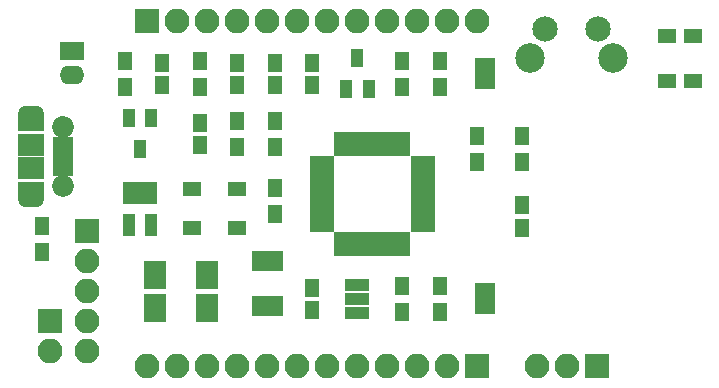
<source format=gts>
G04 #@! TF.FileFunction,Soldermask,Top*
%FSLAX46Y46*%
G04 Gerber Fmt 4.6, Leading zero omitted, Abs format (unit mm)*
G04 Created by KiCad (PCBNEW 4.0.7-e2-6376~60~ubuntu17.10.1) date Thu Dec 28 10:46:34 2017*
%MOMM*%
%LPD*%
G01*
G04 APERTURE LIST*
%ADD10C,0.100000*%
%ADD11R,1.150000X1.600000*%
%ADD12R,2.100000X1.600000*%
%ADD13O,2.100000X1.600000*%
%ADD14R,1.300000X1.600000*%
%ADD15R,0.950000X2.000000*%
%ADD16R,2.000000X0.950000*%
%ADD17R,1.050000X1.620000*%
%ADD18R,2.100000X1.100000*%
%ADD19R,1.600000X1.300000*%
%ADD20R,2.300000X1.900000*%
%ADD21C,1.850000*%
%ADD22R,1.750000X0.800000*%
%ADD23O,2.300000X1.600000*%
%ADD24R,2.300000X1.600000*%
%ADD25R,2.100000X2.100000*%
%ADD26O,2.100000X2.100000*%
%ADD27R,1.670000X1.370000*%
%ADD28R,1.050000X1.960000*%
%ADD29R,1.900000X2.350000*%
%ADD30R,1.370000X1.670000*%
%ADD31C,2.500000*%
%ADD32C,2.150000*%
G04 APERTURE END LIST*
D10*
D11*
X166370000Y-85405000D03*
X166370000Y-83505000D03*
X169545000Y-83505000D03*
X169545000Y-85405000D03*
X169545000Y-102555000D03*
X169545000Y-104455000D03*
X156845000Y-85405000D03*
X156845000Y-83505000D03*
X163195000Y-85405000D03*
X163195000Y-83505000D03*
X187325000Y-97470000D03*
X187325000Y-95570000D03*
D12*
X149225000Y-82550000D03*
D13*
X149225000Y-84550000D03*
D14*
X177165000Y-104605000D03*
X177165000Y-102405000D03*
X180340000Y-85555000D03*
X180340000Y-83355000D03*
X177165000Y-85555000D03*
X177165000Y-83355000D03*
X153670000Y-85555000D03*
X153670000Y-83355000D03*
X183515000Y-89705000D03*
X183515000Y-91905000D03*
X160020000Y-83355000D03*
X160020000Y-85555000D03*
X163195000Y-88435000D03*
X163195000Y-90635000D03*
D15*
X171825000Y-98865000D03*
X172625000Y-98865000D03*
X173425000Y-98865000D03*
X174225000Y-98865000D03*
X175025000Y-98865000D03*
X175825000Y-98865000D03*
X176625000Y-98865000D03*
X177425000Y-98865000D03*
D16*
X178875000Y-97415000D03*
X178875000Y-96615000D03*
X178875000Y-95815000D03*
X178875000Y-95015000D03*
X178875000Y-94215000D03*
X178875000Y-93415000D03*
X178875000Y-92615000D03*
X178875000Y-91815000D03*
D15*
X177425000Y-90365000D03*
X176625000Y-90365000D03*
X175825000Y-90365000D03*
X175025000Y-90365000D03*
X174225000Y-90365000D03*
X173425000Y-90365000D03*
X172625000Y-90365000D03*
X171825000Y-90365000D03*
D16*
X170375000Y-91815000D03*
X170375000Y-92615000D03*
X170375000Y-93415000D03*
X170375000Y-94215000D03*
X170375000Y-95015000D03*
X170375000Y-95815000D03*
X170375000Y-96615000D03*
X170375000Y-97415000D03*
D17*
X172405000Y-85765000D03*
X174305000Y-85765000D03*
X173355000Y-83145000D03*
D18*
X173355000Y-104705000D03*
X173355000Y-103505000D03*
X173355000Y-102305000D03*
D11*
X160020000Y-88585000D03*
X160020000Y-90485000D03*
D19*
X159385000Y-94235000D03*
X159385000Y-97535000D03*
X163195000Y-94235000D03*
X163195000Y-97535000D03*
D14*
X146685000Y-97325000D03*
X146685000Y-99525000D03*
D20*
X145700000Y-92440000D03*
D21*
X148400000Y-88940000D03*
D22*
X148400000Y-90790000D03*
X148400000Y-90140000D03*
X148400000Y-92740000D03*
X148400000Y-92090000D03*
X148400000Y-91440000D03*
D21*
X148400000Y-93940000D03*
D20*
X145700000Y-90440000D03*
D23*
X145700000Y-87940000D03*
X145700000Y-94940000D03*
D24*
X145700000Y-94340000D03*
X145700000Y-88540000D03*
D25*
X150495000Y-97790000D03*
D26*
X150495000Y-100330000D03*
X150495000Y-102870000D03*
X150495000Y-105410000D03*
X150495000Y-107950000D03*
D14*
X166370000Y-94150000D03*
X166370000Y-96350000D03*
X166370000Y-90635000D03*
X166370000Y-88435000D03*
D19*
X201760000Y-81280000D03*
X199560000Y-81280000D03*
X201760000Y-85090000D03*
X199560000Y-85090000D03*
D27*
X184150000Y-85095000D03*
X184150000Y-83815000D03*
X184150000Y-104145000D03*
X184150000Y-102865000D03*
D14*
X187325000Y-91905000D03*
X187325000Y-89705000D03*
X180340000Y-104605000D03*
X180340000Y-102405000D03*
D28*
X155890000Y-94535000D03*
X154940000Y-94535000D03*
X153990000Y-94535000D03*
X153990000Y-97235000D03*
X155890000Y-97235000D03*
D17*
X155890000Y-88225000D03*
X153990000Y-88225000D03*
X154940000Y-90845000D03*
D29*
X160655000Y-104245000D03*
X160655000Y-101495000D03*
X156210000Y-104245000D03*
X156210000Y-101495000D03*
D30*
X166375000Y-104140000D03*
X165095000Y-104140000D03*
X166375000Y-100330000D03*
X165095000Y-100330000D03*
D25*
X147320000Y-105410000D03*
D26*
X147320000Y-107950000D03*
D25*
X155575000Y-80010000D03*
D26*
X158115000Y-80010000D03*
X160655000Y-80010000D03*
X163195000Y-80010000D03*
X165735000Y-80010000D03*
X168275000Y-80010000D03*
X170815000Y-80010000D03*
X173355000Y-80010000D03*
X175895000Y-80010000D03*
X178435000Y-80010000D03*
X180975000Y-80010000D03*
X183515000Y-80010000D03*
D25*
X183515000Y-109220000D03*
D26*
X180975000Y-109220000D03*
X178435000Y-109220000D03*
X175895000Y-109220000D03*
X173355000Y-109220000D03*
X170815000Y-109220000D03*
X168275000Y-109220000D03*
X165735000Y-109220000D03*
X163195000Y-109220000D03*
X160655000Y-109220000D03*
X158115000Y-109220000D03*
X155575000Y-109220000D03*
D25*
X193675000Y-109220000D03*
D26*
X191135000Y-109220000D03*
X188595000Y-109220000D03*
D31*
X194990000Y-83135000D03*
D32*
X193730000Y-80645000D03*
X189230000Y-80645000D03*
D31*
X187980000Y-83135000D03*
M02*

</source>
